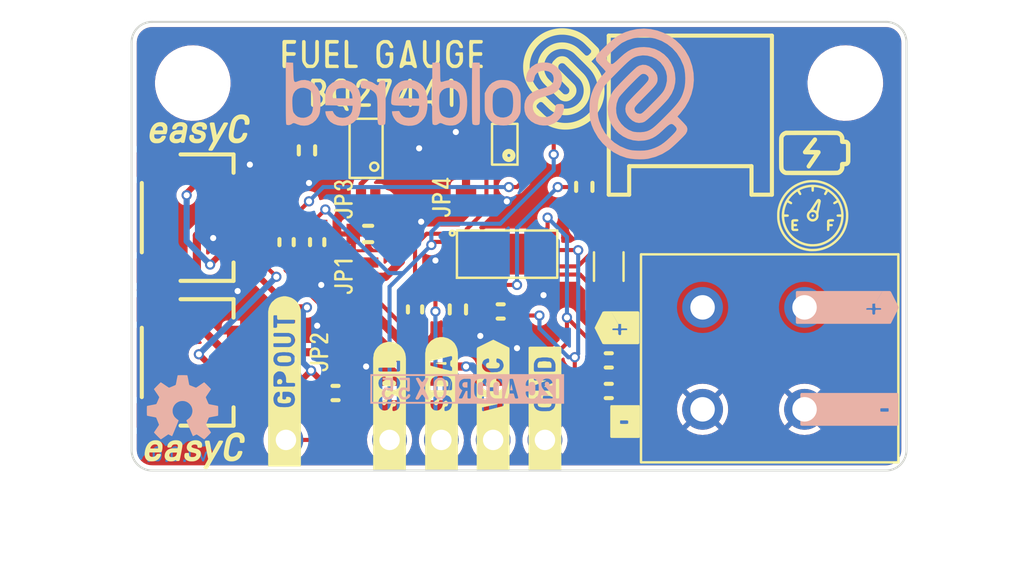
<source format=kicad_pcb>
(kicad_pcb (version 20211014) (generator pcbnew)
  (title_block (title "Fuel gauge BQ27441 breakout") (date "2021-09-13") (rev "v1.0.0.") (company "SOLDERED") (comment 1 "333065"))
  (layers (0 "F.Cu" signal) (31 "B.Cu" signal) (34 "B.Paste" user) (35 "F.Paste" user) (36 "B.SilkS" user "B.Silkscreen") (37 "F.SilkS" user "F.Silkscreen") (38 "B.Mask" user) (39 "F.Mask" user) (44 "Edge.Cuts" user))
  (net 0 "")
  (net 1 "GND")
  (net 2 "Net-(C1-Pad2)")
  (net 3 "VCC")
  (net 4 "Net-(C3-Pad2)")
  (net 5 "3V3")
  (net 6 "SCL_PULL5")
  (net 7 "5V")
  (net 8 "SDA_PULL5")
  (net 9 "SCL_PULL3,3")
  (net 10 "SDA_PULL3,3")
  (net 11 "GPOUT")
  (net 12 "VSYS")
  (net 13 "SCL3,3")
  (net 14 "SDA3,3")
  (net 15 "SDA5")
  (net 16 "SCL5")
  (net 19 "BIN")
  (footprint "Soldered Graphics:Logo-Back-SolderedFULL-20mm" (layer "F.Cu") (at 127.57 95.54)
    (fp_text reference "REF**" hide)
    (fp_text value "Logo-Front-SolderedFULL-20mm" hide)
  )
  (footprint "buzzardLabel" (layer "F.Cu") (at 125.2 114.4 90)
    (fp_text reference "" (at 0 0 90) (layer "F.SilkS") (effects (font (size 1.27 1.27))))
    (fp_text value "" (at 0 0 90) (layer "F.SilkS") (effects (font (size 1.27 1.27))))
  )
  (footprint "buzzardLabel" (layer "F.Cu") (at 120.4 104.5 90)
    (fp_text reference "" (at 0 0 90) (layer "F.SilkS") (effects (font (size 1.27 1.27))))
    (fp_text value "" (at 0 0 90) (layer "F.SilkS") (effects (font (size 1.27 1.27))))
  )
  (footprint "buzzardLabel" (layer "F.Cu") (at 122.3 93.6)
    (fp_text reference "" (at 0 0) (layer "F.SilkS") (effects (font (size 1.27 1.27))))
    (fp_text value "" (at 0 0) (layer "F.SilkS") (effects (font (size 1.27 1.27))))
  )
  (footprint "buzzardLabel" (layer "F.Cu") (at 122.3 95.5)
    (fp_text reference "" (at 0 0) (layer "F.SilkS") (effects (font (size 1.27 1.27))))
    (fp_text value "" (at 0 0) (layer "F.SilkS") (effects (font (size 1.27 1.27))))
  )
  (footprint "e-radionica.com footprinti:0603R" (layer "F.Cu") (at 117.6 102.8 90)
    (fp_text reference "R1")
    (fp_text value "10k")
    (pad "1" smd rect locked (at -0.775 0 180) (size 1 0.64) (layers "F.Cu" "F.Paste" "F.Mask") (net 10 "SDA_PULL3,3"))
    (pad "2" smd rect locked (at 0.775 0 180) (size 1 0.64) (layers "F.Cu" "F.Paste" "F.Mask") (net 14 "SDA3,3"))
  )
  (footprint "e-radionica.com footprinti:HOLE_3.2mm" (layer "F.Cu") (at 113 95)
    (fp_text reference "H1" hide)
    (fp_text value "HOLE_3.2mm" hide)
    (pad "" np_thru_hole circle locked (at 0 0) (size 3.2 3.2) (drill 3.2) (layers F&B.Cu *.Mask))
  )
  (footprint "e-radionica.com footprinti:SMD-JUMPER-CONNECTED_TRACE_SLODERMASK" (layer "F.Cu") (at 121.6 100.7)
    (fp_text reference "JP3")
    (fp_text value "SMD-JUMPER-CONNECTED_TRACE_SLODERMASK")
    (fp_poly (pts (xy 0.1 0.1) (xy -0.1 0.1) (xy -0.1 -0.1) (xy 0.1 -0.1)) (layer "F.Cu") (width 0.1) (fill solid))
    (pad "1" smd rect (at -0.35 0) (size 0.5 1) (layers "F.Cu" "F.Mask") (net 4 "Net-(C3-Pad2)"))
    (pad "2" smd rect (at 0.35 0) (size 0.5 1) (layers "F.Cu" "F.Mask") (net 7 "5V"))
  )
  (footprint "e-radionica.com footprinti:BQ27441" (layer "F.Cu") (at 128.413285 103.39 90)
    (fp_text reference "U1")
    (fp_text value "BQ27441")
    (pad "" smd rect (at 0 0 270) (size 2 2) (layers "F.Cu" "F.Paste" "F.Mask"))
    (pad "1" smd rect (at 1 -1.975 180) (size 0.85 0.2) (layers "F.Cu" "F.Paste" "F.Mask") (net 15 "SDA5"))
    (pad "2" smd rect (at 0.6 -1.975 180) (size 0.85 0.2) (layers "F.Cu" "F.Paste" "F.Mask") (net 16 "SCL5"))
    (pad "3" smd rect (at 0.2 -1.975 180) (size 0.85 0.2) (layers "F.Cu" "F.Paste" "F.Mask") (net 1 "GND"))
    (pad "4" smd rect (at -0.2 -1.975 180) (size 0.85 0.2) (layers "F.Cu" "F.Paste" "F.Mask"))
    (pad "5" smd rect (at -0.6 -1.975 180) (size 0.85 0.2) (layers "F.Cu" "F.Paste" "F.Mask") (net 2 "Net-(C1-Pad2)"))
    (pad "6" smd rect (at -1 -1.98 180) (size 0.85 0.2) (layers "F.Cu" "F.Paste" "F.Mask") (net 3 "VCC"))
    (pad "7" smd rect (at -1 1.975 180) (size 0.85 0.2) (layers "F.Cu" "F.Paste" "F.Mask") (net 12 "VSYS"))
    (pad "8" smd rect (at -0.6 1.975 180) (size 0.85 0.2) (layers "F.Cu" "F.Paste" "F.Mask") (net 3 "VCC"))
    (pad "9" smd rect (at -0.2 1.975 180) (size 0.85 0.2) (layers "F.Cu" "F.Paste" "F.Mask"))
    (pad "10" smd rect (at 0.2 1.975 180) (size 0.85 0.2) (layers "F.Cu" "F.Paste" "F.Mask") (net 19 "BIN"))
    (pad "11" smd rect (at 0.6 1.975 180) (size 0.85 0.2) (layers "F.Cu" "F.Paste" "F.Mask"))
    (pad "12" smd rect (at 1 1.975 180) (size 0.85 0.2) (layers "F.Cu" "F.Paste" "F.Mask") (net 11 "GPOUT"))
  )
  (footprint "buzzardLabel" (layer "F.Cu") (at 127.73 114.4 90)
    (fp_text reference "" (at 0 0 90) (layer "F.SilkS") (effects (font (size 1.27 1.27))))
    (fp_text value "" (at 0 0 90) (layer "F.SilkS") (effects (font (size 1.27 1.27))))
  )
  (footprint "buzzardLabel" (layer "F.Cu") (at 117.5 114.2 90)
    (fp_text reference "" (at 0 0 90) (layer "F.SilkS") (effects (font (size 1.27 1.27))))
    (fp_text value "" (at 0 0 90) (layer "F.SilkS") (effects (font (size 1.27 1.27))))
  )
  (footprint "buzzardLabel" (layer "F.Cu") (at 122.65 114.4 90)
    (fp_text reference "" (at 0 0 90) (layer "F.SilkS") (effects (font (size 1.27 1.27))))
    (fp_text value "" (at 0 0 90) (layer "F.SilkS") (effects (font (size 1.27 1.27))))
  )
  (footprint "Soldered Graphics:Logo-Back-OSH-3.5mm" (layer "F.Cu") (at 112.5 110.9)
    (fp_text reference "G***" hide)
    (fp_text value "LOGO" hide)
  )
  (footprint "e-radionica.com footprinti:0603R" (layer "F.Cu") (at 119.1 102.8 90)
    (fp_text reference "R2")
    (fp_text value "10k")
    (pad "1" smd rect locked (at -0.775 0 180) (size 1 0.64) (layers "F.Cu" "F.Paste" "F.Mask") (net 6 "SCL_PULL5"))
    (pad "2" smd rect locked (at 0.775 0 180) (size 1 0.64) (layers "F.Cu" "F.Paste" "F.Mask") (net 16 "SCL5"))
  )
  (footprint "e-radionica.com footprinti:TERMINAL_KF235-5.0-2P" (layer "F.Cu") (at 140.5 108.5 90)
    (fp_text reference "K3")
    (fp_text value "TERMINAL_KF235-5.0-2P")
    (pad "1" thru_hole circle (at 2.5 -2.5 90) (size 2 2) (drill 1.2) (layers *.Cu *.Mask) (net 12 "VSYS"))
    (pad "1" thru_hole circle (at 2.5 2.5 90) (size 2 2) (drill 1.2) (layers *.Cu *.Mask) (net 12 "VSYS"))
    (pad "2" thru_hole circle (at -2.5 -2.5 90) (size 2 2) (drill 1.2) (layers *.Cu *.Mask) (net 1 "GND"))
    (pad "2" thru_hole circle (at -2.5 2.5 90) (size 2 2) (drill 1.2) (layers *.Cu *.Mask) (net 1 "GND"))
  )
  (footprint "e-radionica.com footprinti:easyC-connector" (layer "F.Cu") (at 113.3 101.6 90)
    (fp_text reference "K5")
    (fp_text value "easyC-SMD")
    (pad "1" smd rect locked (at -1.5 2.15 90) (size 0.6 1.55) (layers "F.Cu" "F.Paste" "F.Mask") (net 13 "SCL3,3"))
    (pad "2" smd rect locked (at -0.5 2.15 90) (size 0.6 1.55) (layers "F.Cu" "F.Paste" "F.Mask") (net 14 "SDA3,3"))
    (pad "3" smd rect locked (at 0.5 2.15 90) (size 0.6 1.55) (layers "F.Cu" "F.Paste" "F.Mask") (net 5 "3V3"))
    (pad "4" smd rect locked (at 1.5 2.15 90) (size 0.6 1.55) (layers "F.Cu" "F.Paste" "F.Mask") (net 1 "GND"))
    (pad "5" smd rect locked (at -2.6 -2.15 90) (size 1.2 1.8) (layers "F.Cu" "F.Paste" "F.Mask") (net 1 "GND"))
    (pad "5" smd rect locked (at 2.6 -2.15 90) (size 1.2 1.8) (layers "F.Cu" "F.Paste" "F.Mask") (net 1 "GND"))
  )
  (footprint "Soldered Graphics:Symbol-Front-Battery" (layer "F.Cu") (at 143.5 98.5)
    (fp_text reference "G***" hide)
    (fp_text value "LOGO" hide)
  )
  (footprint "e-radionica.com footprinti:JST-2pin-SMD" (layer "F.Cu") (at 137.4 97.475)
    (fp_text reference "K2")
    (fp_text value "JST-2pin-SMD")
    (pad "" smd rect locked (at 3.3 -3.15) (size 1 3) (layers "F.Cu" "F.Paste" "F.Mask"))
    (pad "" smd rect locked (at -3.3 -3.15) (size 1 3) (layers "F.Cu" "F.Paste" "F.Mask"))
    (pad "1" smd rect locked (at 1 3.15) (size 1.1 2) (layers "F.Cu" "F.Paste" "F.Mask") (net 3 "VCC"))
    (pad "2" smd rect locked (at -1 3.15) (size 1.1 2) (layers "F.Cu" "F.Paste" "F.Mask") (net 1 "GND"))
  )
  (footprint "Soldered Graphics:Logo-Front-Soldered-5mm" (layer "F.Cu") (at 131.2 94.8)
    (fp_text reference "G***" hide)
    (fp_text value "LOGO" hide)
  )
  (footprint "buzzardLabel" (layer "F.Cu") (at 130.27 114.4 90)
    (fp_text reference "" (at 0 0 90) (layer "F.SilkS") (effects (font (size 1.27 1.27))))
    (fp_text value "" (at 0 0 90) (layer "F.SilkS") (effects (font (size 1.27 1.27))))
  )
  (footprint "buzzardLabel" (layer "F.Cu") (at 134.2 111.6)
    (fp_text reference "" (at 0 0) (layer "F.SilkS") (effects (font (size 1.27 1.27))))
    (fp_text value "" (at 0 0) (layer "F.SilkS") (effects (font (size 1.27 1.27))))
  )
  (footprint "e-radionica.com footprinti:0603R" (layer "F.Cu") (at 128.1 106.2)
    (fp_text reference "R5")
    (fp_text value "10K")
    (pad "1" smd rect locked (at -0.775 0 90) (size 1 0.64) (layers "F.Cu" "F.Paste" "F.Mask") (net 1 "GND"))
    (pad "2" smd rect locked (at 0.775 0 90) (size 1 0.64) (layers "F.Cu" "F.Paste" "F.Mask") (net 19 "BIN"))
  )
  (footprint "e-radionica.com footprinti:1206R" (layer "F.Cu") (at 133.4 104 -90)
    (fp_text reference "R6")
    (fp_text value "0.010R")
    (pad "1" smd rect locked (at -1.525 0 270) (size 1.1 1.8) (layers "F.Cu" "F.Paste" "F.Mask") (net 3 "VCC"))
    (pad "2" smd rect locked (at 1.525 0 270) (size 1.1 1.8) (layers "F.Cu" "F.Paste" "F.Mask") (net 12 "VSYS"))
  )
  (footprint "e-radionica.com footprinti:0603R" (layer "F.Cu") (at 133.4 108.6)
    (fp_text reference "R8")
    (fp_text value "10K")
    (pad "1" smd rect locked (at -0.775 0 90) (size 1 0.64) (layers "F.Cu" "F.Paste" "F.Mask") (net 11 "GPOUT"))
    (pad "2" smd rect locked (at 0.775 0 90) (size 1 0.64) (layers "F.Cu" "F.Paste" "F.Mask") (net 12 "VSYS"))
  )
  (footprint "buzzardLabel" (layer "F.Cu") (at 120.4 100.7 90)
    (fp_text reference "" (at 0 0 90) (layer "F.SilkS") (effects (font (size 1.27 1.27))))
    (fp_text value "" (at 0 0 90) (layer "F.SilkS") (effects (font (size 1.27 1.27))))
  )
  (footprint "e-radionica.com footprinti:easyC-connector" (layer "F.Cu") (at 113.3 108.7 90)
    (fp_text reference "K4")
    (fp_text value "easyC-SMD")
    (pad "1" smd rect locked (at -1.5 2.15 90) (size 0.6 1.55) (layers "F.Cu" "F.Paste" "F.Mask") (net 13 "SCL3,3"))
    (pad "2" smd rect locked (at -0.5 2.15 90) (size 0.6 1.55) (layers "F.Cu" "F.Paste" "F.Mask") (net 14 "SDA3,3"))
    (pad "3" smd rect locked (at 0.5 2.15 90) (size 0.6 1.55) (layers "F.Cu" "F.Paste" "F.Mask") (net 5 "3V3"))
    (pad "4" smd rect locked (at 1.5 2.15 90) (size 0.6 1.55) (layers "F.Cu" "F.Paste" "F.Mask") (net 1 "GND"))
    (pad "5" smd rect locked (at 2.6 -2.15 90) (size 1.2 1.8) (layers "F.Cu" "F.Paste" "F.Mask") (net 1 "GND"))
    (pad "5" smd rect locked (at -2.6 -2.15 90) (size 1.2 1.8) (layers "F.Cu" "F.Paste" "F.Mask") (net 1 "GND"))
  )
  (footprint "e-radionica.com footprinti:0603R" (layer "F.Cu") (at 120 110.2)
    (fp_text reference "R4")
    (fp_text value "10k")
    (pad "1" smd rect locked (at -0.775 0 90) (size 1 0.64) (layers "F.Cu" "F.Paste" "F.Mask") (net 13 "SCL3,3"))
    (pad "2" smd rect locked (at 0.775 0 90) (size 1 0.64) (layers "F.Cu" "F.Paste" "F.Mask") (net 9 "SCL_PULL3,3"))
  )
  (footprint "e-radionica.com footprinti:SMD_JUMPER_3_PAD_TRACE" (layer "F.Cu") (at 121.6 104.5 -90)
    (fp_text reference "JP1")
    (fp_text value "SMD_JUMPER_3_PAD_TRACE")
    (fp_poly (pts (xy 0.45 0.05) (xy 0.25 0.05) (xy 0.25 -0.05) (xy 0.45 -0.05)) (layer "F.Cu") (width 0.1) (fill solid))
    (fp_poly (pts (xy -0.25 0.05) (xy -0.45 0.05) (xy -0.45 -0.05) (xy -0.25 -0.05)) (layer "F.Cu") (width 0.1) (fill solid))
    (pad "1" smd rect (at -0.7 0 90) (size 0.5 1) (layers "F.Cu" "F.Mask") (net 6 "SCL_PULL5"))
    (pad "2" smd custom (at 0 0 90) (size 0.5 1) (layers "F.Cu" "F.Mask") (net 7 "5V") (options (clearance outline) (anchor rect)) (primitives))
    (pad "3" smd rect (at 0.7 0 90) (size 0.5 1) (layers "F.Cu" "F.Mask") (net 8 "SDA_PULL5"))
  )
  (footprint "e-radionica.com footprinti:0603R" (layer "F.Cu") (at 123.9 106.1 -90)
    (fp_text reference "R3")
    (fp_text value "10k")
    (pad "1" smd rect locked (at -0.775 0) (size 1 0.64) (layers "F.Cu" "F.Paste" "F.Mask") (net 15 "SDA5"))
    (pad "2" smd rect locked (at 0.775 0) (size 1 0.64) (layers "F.Cu" "F.Paste" "F.Mask") (net 8 "SDA_PULL5"))
  )
  (footprint "e-radionica.com footprinti:0603C" (layer "F.Cu") (at 132.2 100.09 -90)
    (fp_text reference "C2")
    (fp_text value "1u")
    (pad "1" smd rect locked (at -0.73 0 270) (size 0.66 1) (layers "F.Cu" "F.Paste" "F.Mask") (net 1 "GND"))
    (pad "2" smd rect locked (at 0.73 0 270) (size 0.66 1) (layers "F.Cu" "F.Paste" "F.Mask") (net 3 "VCC"))
  )
  (footprint "e-radionica.com footprinti:SOT-23-5" (layer "F.Cu") (at 121.5 98.2 180)
    (fp_text reference "U3")
    (fp_text value "SE5218")
    (pad "1" smd rect (at -1.3 -0.95 180) (size 1.1 0.6) (layers "F.Cu" "F.Paste" "F.Mask") (net 4 "Net-(C3-Pad2)"))
    (pad "2" smd rect (at -1.3 0 180) (size 1.1 0.6) (layers "F.Cu" "F.Paste" "F.Mask") (net 1 "GND"))
    (pad "3" smd rect (at -1.3 0.95 180) (size 1.1 0.6) (layers "F.Cu" "F.Paste" "F.Mask") (net 4 "Net-(C3-Pad2)"))
    (pad "4" smd rect (at 1.3 0.95 180) (size 1.1 0.6) (layers "F.Cu" "F.Paste" "F.Mask"))
    (pad "5" smd rect (at 1.3 -0.95 180) (size 1.1 0.6) (layers "F.Cu" "F.Paste" "F.Mask") (net 5 "3V3"))
  )
  (footprint "e-radionica.com footprinti:0603C" (layer "F.Cu") (at 121.6 102.4)
    (fp_text reference "C3")
    (fp_text value "2.2uF")
    (pad "1" smd rect locked (at -0.73 0) (size 0.66 1) (layers "F.Cu" "F.Paste" "F.Mask") (net 1 "GND"))
    (pad "2" smd rect locked (at 0.73 0) (size 0.66 1) (layers "F.Cu" "F.Paste" "F.Mask") (net 4 "Net-(C3-Pad2)"))
  )
  (footprint "e-radionica.com footprinti:HOLE_3.2mm" (layer "F.Cu") (at 145 95)
    (fp_text reference "H2" hide)
    (fp_text value "HOLE_3.2mm" hide)
    (pad "" np_thru_hole circle locked (at 0 0) (size 3.2 3.2) (drill 3.2) (layers F&B.Cu *.Mask))
  )
  (footprint "Soldered Graphics:Logo-Front-easyC-5mm" (layer "F.Cu") (at 113.34 97.4)
    (fp_text reference "Ge" hide)
    (fp_text value "LOGO" hide)
  )
  (footprint "e-radionica.com footprinti:0603R" (layer "F.Cu") (at 133.4 110.1)
    (fp_text reference "R7")
    (fp_text value "1.8M")
    (pad "1" smd rect locked (at -0.775 0 90) (size 1 0.64) (layers "F.Cu" "F.Paste" "F.Mask") (net 19 "BIN"))
    (pad "2" smd rect locked (at 0.775 0 90) (size 1 0.64) (layers "F.Cu" "F.Paste" "F.Mask") (net 12 "VSYS"))
  )
  (footprint "buzzardLabel" (layer "F.Cu") (at 119.2 108.2 90)
    (fp_text reference "" (at 0 0 90) (layer "F.SilkS") (effects (font (size 1.27 1.27))))
    (fp_text value "" (at 0 0 90) (layer "F.SilkS") (effects (font (size 1.27 1.27))))
  )
  (footprint "e-radionica.com footprinti:SOT-363" (layer "F.Cu") (at 128.3 98 180)
    (fp_text reference "U2")
    (fp_text value "NMOS-DUAL")
    (pad "1" smd rect (at -0.92 -0.65 270) (size 0.3 0.66) (layers "F.Cu" "F.Paste" "F.Mask") (net 14 "SDA3,3"))
    (pad "2" smd rect (at -0.92 0 270) (size 0.3 0.66) (layers "F.Cu" "F.Paste" "F.Mask") (net 5 "3V3"))
    (pad "3" smd rect (at -0.92 0.65 270) (size 0.3 0.66) (layers "F.Cu" "F.Paste" "F.Mask") (net 16 "SCL5"))
    (pad "4" smd rect (at 0.92 0.65 270) (size 0.3 0.66) (layers "F.Cu" "F.Paste" "F.Mask") (net 13 "SCL3,3"))
    (pad "5" smd rect (at 0.92 0 270) (size 0.3 0.66) (layers "F.Cu" "F.Paste" "F.Mask") (net 5 "3V3"))
    (pad "6" smd rect (at 0.92 -0.65 270) (size 0.3 0.66) (layers "F.Cu" "F.Paste" "F.Mask") (net 15 "SDA5"))
  )
  (footprint "e-radionica.com footprinti:SMD_JUMPER" (layer "F.Cu") (at 126.4 100.6 90)
    (fp_text reference "JP4")
    (fp_text value "SMD_JUMPER")
    (pad "1" smd rect (at -0.35 0 90) (size 0.5 1) (layers "F.Cu" "F.Mask") (net 7 "5V"))
    (pad "2" smd rect (at 0.35 0 90) (size 0.5 1) (layers "F.Cu" "F.Mask") (net 5 "3V3"))
  )
  (footprint "e-radionica.com footprinti:FIDUCIAL_23" (layer "F.Cu") (at 137.4 94.97)
    (fp_text reference "FD1")
    (fp_text value "FIDUCIAL")
    (fp_circle (center 0 0) (end 1 0) (layer "F.Cu") (width 0.2) (fill none))
    (pad "1" smd circle (at 0 0) (size 1 1) (layers "F.Cu" "F.Paste" "F.Mask") (clearance 1.1))
  )
  (footprint "Soldered Graphics:Logo-Front-easyC-5mm" (layer "F.Cu") (at 113.1 113)
    (fp_text reference "G***" hide)
    (fp_text value "LOGO" hide)
  )
  (footprint "buzzardLabel" (layer "F.Cu") (at 125.2 100.6 90)
    (fp_text reference "" (at 0 0 90) (layer "F.SilkS") (effects (font (size 1.27 1.27))))
    (fp_text value "" (at 0 0 90) (layer "F.SilkS") (effects (font (size 1.27 1.27))))
  )
  (footprint "e-radionica.com footprinti:SMD_JUMPER_3_PAD_TRACE" (layer "F.Cu") (at 120.4 108.2 90)
    (fp_text reference "JP2")
    (fp_text value "SMD_JUMPER_3_PAD_TRACE")
    (fp_poly (pts (xy 0.45 0.05) (xy 0.25 0.05) (xy 0.25 -0.05) (xy 0.45 -0.05)) (layer "F.Cu") (width 0.1) (fill solid))
    (fp_poly (pts (xy -0.25 0.05) (xy -0.45 0.05) (xy -0.45 -0.05) (xy -0.25 -0.05)) (layer "F.Cu") (width 0.1) (fill solid))
    (pad "1" smd rect (at -0.7 0 270) (size 0.5 1) (layers "F.Cu" "F.Mask") (net 9 "SCL_PULL3,3"))
    (pad "2" smd custom (at 0 0 270) (size 0.5 1) (layers "F.Cu" "F.Mask") (net 5 "3V3") (options (clearance outline) (anchor rect)) (primitives))
    (pad "3" smd rect (at 0.7 0 270) (size 0.5 1) (layers "F.Cu" "F.Mask") (net 10 "SDA_PULL3,3"))
  )
  (footprint "e-radionica.com footprinti:0603C" (layer "F.Cu") (at 126 106.1 90)
    (fp_text reference "C1")
    (fp_text value "1u")
    (pad "1" smd rect locked (at -0.73 0 90) (size 0.66 1) (layers "F.Cu" "F.Paste" "F.Mask") (net 1 "GND"))
    (pad "2" smd rect locked (at 0.73 0 90) (size 0.66 1) (layers "F.Cu" "F.Paste" "F.Mask") (net 2 "Net-(C1-Pad2)"))
  )
  (footprint "Soldered Graphics:Symbol-Front-Fuel-Gauge" (layer "F.Cu") (at 143.4 101.5)
    (fp_text reference "G***" hide)
    (fp_text value "LOGO" hide)
  )
  (footprint "e-radionica.com footprinti:0603C" (layer "F.Cu") (at 118.6 98.3 -90)
    (fp_text reference "C4")
    (fp_text value "2.2uF")
    (pad "1" smd rect locked (at -0.73 0 270) (size 0.66 1) (layers "F.Cu" "F.Paste" "F.Mask") (net 1 "GND"))
    (pad "2" smd rect locked (at 0.73 0 270) (size 0.66 1) (layers "F.Cu" "F.Paste" "F.Mask") (net 5 "3V3"))
  )
  (footprint "buzzardLabel" (layer "F.Cu") (at 134 107)
    (fp_text reference "" (at 0 0) (layer "F.SilkS") (effects (font (size 1.27 1.27))))
    (fp_text value "" (at 0 0) (layer "F.SilkS") (effects (font (size 1.27 1.27))))
  )
  (footprint "Soldered Graphics:Version1.0.0." (layer "B.Cu") (at 112.2 113.2 180)
    (fp_text reference "Ref**" hide)
    (fp_text value "Val**" hide)
    (fp_poly (pts (xy -0.44 -0.38) (xy -0.39 -0.38) (xy -0.34 -0.37) (xy -0.34 -0.33) (xy -0.34 -0.27) (xy -0.38 -0.26) (xy -0.43 -0.26) (xy -0.46 -0.29) (xy -0.46 -0.34) (xy -0.44 -0.38)) (layer "B.Cu") (width 0.01) (fill solid))
    (fp_poly (pts (xy 0.43 -0.38) (xy 0.48 -0.38) (xy 0.54 -0.37) (xy 0.54 -0.33) (xy 0.54 -0.27) (xy 0.5 -0.26) (xy 0.45 -0.26) (xy 0.42 -0.29) (xy 0.42 -0.34) (xy 0.43 -0.38)) (layer "B.Cu") (width 0.01) (fill solid))
    (fp_poly (pts (xy -1.33 -0.35) (xy -1.27 -0.35) (xy -1.25 -0.31) (xy -1.09 0.1) (xy -1.11 0.13) (xy -1.16 0.13) (xy -1.19 0.1) (xy -1.28 -0.16) (xy -1.3 -0.21) (xy -1.32 -0.17) (xy -1.41 0.09) (xy -1.44 0.13) (xy -1.49 0.13) (xy -1.51 0.1) (xy -1.36 -0.31) (xy -1.33 -0.35)) (layer "B.Cu") (width 0.01) (fill solid))
    (fp_poly (pts (xy 0.93 -0.35) (xy 0.99 -0.35) (xy 1.04 -0.33) (xy 1.01 -0.28) (xy 0.91 -0.28) (xy 0.87 -0.25) (xy 0.85 -0.2) (xy 0.83 -0.15) (xy 0.83 -0.11) (xy 0.82 0.01) (xy 0.83 0.13) (xy 0.83 0.17) (xy 0.84 0.22) (xy 0.87 0.27) (xy 0.9 0.3) (xy 1.01 0.3) (xy 1.04 0.26) (xy 1.05 0.21) (xy 1.06 0.15) (xy 1.07 0.05) (xy 1.07 -0.08) (xy 1.06 -0.12) (xy 1.06 -0.17) (xy 1.04 -0.22) (xy 1.02 -0.27) (xy 1.01 -0.28) (xy 1.05 -0.32) (xy 1.09 -0.29) (xy 1.12 -0.26) (xy 1.14 -0.22) (xy 1.15 -0.16) (xy 1.16 -0.11) (xy 1.16 -0.06) (xy 1.16 0.06) (xy 1.16 0.12) (xy 1.15 0.17) (xy 1.14 0.22) (xy 1.13 0.27) (xy 1.1 0.3) (xy 1.06 0.34) (xy 1.01 0.37) (xy 0.95 0.38) (xy 0.9 0.38) (xy 0.84 0.35) (xy 0.8 0.31) (xy 0.78 0.28) (xy 0.75 0.23) (xy 0.74 0.18) (xy 0.74 0.13) (xy 0.73 0.08) (xy 0.73 -0.04) (xy 0.73 -0.1) (xy 0.74 -0.14) (xy 0.75 -0.2) (xy 0.77 -0.25) (xy 0.79 -0.28) (xy 0.83 -0.32) (xy 0.89 -0.35) (xy 0.93 -0.35)) (layer "B.Cu") (width 0.01) (fill solid))
    (fp_poly (pts (xy -0.67 -0.35) (xy -0.62 -0.35) (xy -0.6 -0.31) (xy -0.6 0.35) (xy -0.64 0.38) (xy -0.69 0.38) (xy -0.73 0.34) (xy -0.84 0.22) (xy -0.86 0.17) (xy -0.83 0.16) (xy -0.73 0.22) (xy -0.69 0.23) (xy -0.69 -0.31) (xy -0.67 -0.35)) (layer "B.Cu") (width 0.01) (fill solid))
    (fp_poly (pts (xy 0.06 -0.35) (xy 0.11 -0.35) (xy 0.17 -0.33) (xy 0.13 -0.28) (xy 0.03 -0.28) (xy -0.01 -0.25) (xy -0.03 -0.2) (xy -0.05 -0.15) (xy -0.05 -0.11) (xy -0.05 0.01) (xy -0.05 0.13) (xy -0.05 0.17) (xy -0.03 0.22) (xy -0.01 0.27) (xy 0.02 0.3) (xy 0.13 0.3) (xy 0.16 0.26) (xy 0.18 0.21) (xy 0.18 0.15) (xy 0.19 0.05) (xy 0.19 -0.08) (xy 0.19 -0.12) (xy 0.18 -0.17) (xy 0.16 -0.22) (xy 0.14 -0.27) (xy 0.14 -0.28) (xy 0.17 -0.32) (xy 0.21 -0.29) (xy 0.24 -0.26) (xy 0.26 -0.22) (xy 0.27 -0.16) (xy 0.28 -0.11) (xy 0.28 -0.06) (xy 0.28 0.06) (xy 0.28 0.12) (xy 0.27 0.17) (xy 0.26 0.22) (xy 0.25 0.27) (xy 0.22 0.3) (xy 0.19 0.34) (xy 0.13 0.37) (xy 0.08 0.38) (xy 0.02 0.38) (xy -0.03 0.35) (xy -0.08 0.31) (xy -0.1 0.28) (xy -0.12 0.23) (xy -0.14 0.18) (xy -0.14 0.13) (xy -0.15 0.08) (xy -0.15 -0.04) (xy -0.14 -0.1) (xy -0.14 -0.14) (xy -0.13 -0.2) (xy -0.11 -0.25) (xy -0.08 -0.28) (xy -0.05 -0.32) (xy 0.01 -0.35) (xy 0.06 -0.35)) (layer "B.Cu") (width 0.01) (fill solid))
    (fp_poly (pts (xy 1.31 -0.38) (xy 1.36 -0.38) (xy 1.41 -0.37) (xy 1.42 -0.33) (xy 1.42 -0.27) (xy 1.38 -0.26) (xy 1.33 -0.26) (xy 1.3 -0.29) (xy 1.3 -0.34) (xy 1.31 -0.38)) (layer "B.Cu") (width 0.01) (fill solid))
  )
  (footprint "buzzardLabel" (layer "B.Cu") (at 144.9 106 180)
    (fp_text reference "" (at 0 0) (layer "B.SilkS") (effects (font (size 1.27 1.27)) (justify mirror)))
    (fp_text value "" (at 0 0) (layer "B.SilkS") (effects (font (size 1.27 1.27)) (justify mirror)))
  )
  (footprint "e-radionica.com footprinti:HEADER_MALE_4X1" (layer "B.Cu") (at 126.46 112.5 180)
    (fp_text reference "K6")
    (fp_text value "HEADER_MALE_4X1")
    (pad "1" thru_hole circle locked (at -3.81 0 180) (size 1.7 1.7) (drill 1) (layers *.Cu *.Mask) (net 1 "GND"))
    (pad "2" thru_hole circle locked (at -1.27 0 180) (size 1.7 1.7) (drill 1) (layers *.Cu *.Mask) (net 7 "5V"))
    (pad "3" thru_hole circle locked (at 1.27 0 180) (size 1.7 1.7) (drill 1) (layers *.Cu *.Mask) (net 15 "SDA5"))
    (pad "4" thru_hole circle locked (at 3.81 0 180) (size 1.7 1.7) (drill 1) (layers *.Cu *.Mask) (net 16 "SCL5"))
  )
  (footprint "buzzardLabel" (layer "B.Cu") (at 123.86 110 180)
    (fp_text reference "" (at 0 0) (layer "B.SilkS") (effects (font (size 1.27 1.27)) (justify mirror)))
    (fp_text value "" (at 0 0) (layer "B.SilkS") (effects (font (size 1.27 1.27)) (justify mirror)))
  )
  (footprint "buzzardLabel" (layer "B.Cu") (at 145.2 111 180)
    (fp_text reference "" (at 0 0) (layer "B.SilkS") (effects (font (size 1.27 1.27)) (justify mirror)))
    (fp_text value "" (at 0 0) (layer "B.SilkS") (effects (font (size 1.27 1.27)) (justify mirror)))
  )
  (footprint "Soldered Graphics:Symbol-Front-I2C-ADDR-Field" (layer "B.Cu") (at 126.46 110 180)
    (fp_text reference "REF**" hide)
    (fp_text value "Symbol-Front-I2C-ADDR-Field" hide)
  )
  (footprint "e-radionica.com footprinti:HEADER_MALE_1X1" (layer "B.Cu") (at 117.57 112.5 180)
    (fp_text reference "K1")
    (fp_text value "HEADER_MALE_1X1")
    (pad "1" thru_hole circle locked (at 0 0 180) (size 1.7 1.7) (drill 1) (layers *.Cu *.Mask) (net 11 "GPOUT"))
  )
  (gr_line (start 148 113) (end 148 93) (layer "Edge.Cuts") (width 0.1))
  (gr_arc (start 111 114) (mid 110.292893 113.707107) (end 110 113) (layer "Edge.Cuts") (width 0.1))
  (gr_arc (start 148 113) (mid 147.707107 113.707107) (end 147 114) (layer "Edge.Cuts") (width 0.1))
  (gr_arc (start 147 92) (mid 147.707107 92.292893) (end 148 93) (layer "Edge.Cuts") (width 0.1))
  (gr_arc (start 110 93) (mid 110.292893 92.292893) (end 111 92) (layer "Edge.Cuts") (width 0.1))
  (gr_line (start 147 92) (end 111 92) (layer "Edge.Cuts") (width 0.1))
  (gr_line (start 111 114) (end 147 114) (layer "Edge.Cuts") (width 0.1))
  (gr_line (start 110 93) (end 110 113) (layer "Edge.Cuts") (width 0.1))
  (segment (start 125.41 103.19) (end 126.438285 103.19) (width 0.2) (layer "F.Cu") (net 1))
  (segment (start 124.9 103.7) (end 125.41 103.19) (width 0.2) (layer "F.Cu") (net 1))
  (via (at 115.2 105.2) (size 0.5) (drill 0.3) (layers "F.Cu" "B.Cu") (net 1))
  (via (at 125.9 97.4) (size 0.5) (drill 0.3) (layers "F.Cu" "B.Cu") (net 1))
  (via (at 121.5 108.9) (size 0.5) (drill 0.3) (layers "F.Cu" "B.Cu") (net 1))
  (via (at 119.1 106.9) (size 0.5) (drill 0.3) (layers "F.Cu" "B.Cu") (net 1))
  (via (at 127.1 107.4) (size 0.5) (drill 0.3) (layers "F.Cu" "B.Cu") (net 1))
  (via (at 124.1 98.2) (size 0.5) (drill 0.3) (layers "F.Cu" "B.Cu") (net 1))
  (via (at 119.3 104.9) (size 0.5) (drill 0.3) (layers "F.Cu" "B.Cu") (net 1))
  (via (at 128.4 100.8) (size 0.5) (drill 0.3) (layers "F.Cu" "B.Cu") (net 1))
  (via (at 130.2 105.4) (size 0.5) (drill 0.3) (layers "F.Cu" "B.Cu") (net 1))
  (via (at 124.9 103.7) (size 0.5) (drill 0.3) (layers "F.Cu" "B.Cu") (net 1))
  (via (at 128.9 108) (size 0.5) (drill 0.3) (layers "F.Cu" "B.Cu") (net 1))
  (via (at 124.2 101.8) (size 0.5) (drill 0.3) (layers "F.Cu" "B.Cu") (net 1))
  (via (at 118.7 99.9) (size 0.5) (drill 0.3) (layers "F.Cu" "B.Cu") (net 1))
  (via (at 115.8 99) (size 0.5) (drill 0.3) (layers "F.Cu" "B.Cu") (net 1))
  (via (at 114 102.6) (size 0.5) (drill 0.3) (layers "F.Cu" "B.Cu") (net 1))
  (segment (start 126.438285 103.99) (end 125.71 103.99) (width 0.2) (layer "F.Cu") (net 2))
  (segment (start 125.41 104.78) (end 126 105.37) (width 0.2) (layer "F.Cu") (net 2))
  (segment (start 125.41 104.29) (end 125.41 104.78) (width 0.2) (layer "F.Cu") (net 2))
  (segment (start 125.71 103.99) (end 125.41 104.29) (width 0.2) (layer "F.Cu") (net 2))
  (segment (start 130.9 100.1) (end 131.48 100.1) (width 0.2) (layer "F.Cu") (net 3))
  (segment (start 126.943285 104.9) (end 126.433285 104.39) (width 0.2) (layer "F.Cu") (net 3))
  (segment (start 128.9 104.9) (end 126.943285 104.9) (width 0.2) (layer "F.Cu") (net 3))
  (segment (start 130.388285 103.99) (end 131.885 103.99) (width 0.2) (layer "F.Cu") (net 3))
  (segment (start 131.885 103.99) (end 133.4 102.475) (width 0.2) (layer "F.Cu") (net 3))
  (segment (start 131.48 100.1) (end 132.2 100.82) (width 0.2) (layer "F.Cu") (net 3))
  (via (at 130.9 100.1) (size 0.5) (drill 0.3) (layers "F.Cu" "B.Cu") (net 3))
  (via (at 128.9 104.9) (size 0.5) (drill 0.3) (layers "F.Cu" "B.Cu") (net 3))
  (segment (start 128.9 104.9) (end 128.9 102.1) (width 0.2) (layer "B.Cu") (net 3))
  (segment (start 128.9 102.1) (end 130.9 100.1) (width 0.2) (layer "B.Cu") (net 3))
  (segment (start 121.25 99.95) (end 122.05 99.15) (width 0.25) (layer "F.Cu") (net 4))
  (segment (start 121.25 100.7) (end 121.25 99.95) (width 0.25) (layer "F.Cu") (net 4))
  (segment (start 122.9 99.05) (end 123 99.15) (width 0.4) (layer "F.Cu") (net 4))
  (segment (start 124.75 97.25) (end 125.1 97.6) (width 0.3) (layer "F.Cu") (net 4))
  (segment (start 123.04 97.25) (end 122.92 97.13) (width 0.4) (layer "F.Cu") (net 4))
  (segment (start 125.1 98.7) (end 124.65 99.15) (width 0.3) (layer "F.Cu") (net 4))
  (segment (start 125.1 97.6) (end 125.1 98.7) (width 0.3) (layer "F.Cu") (net 4))
  (segment (start 121.25 100.7) (end 121.25 101.37452) (width 0.25) (layer "F.Cu") (net 4))
  (segment (start 124.65 99.15) (end 122.8 99.15) (width 0.3) (layer "F.Cu") (net 4))
  (segment (start 122.8 97.25) (end 124.75 97.25) (width 0.3) (layer "F.Cu") (net 4))
  (segment (start 121.25 101.37452) (end 122.27548 102.4) (width 0.25) (layer "F.Cu") (net 4))
  (segment (start 122.05 99.15) (end 122.8 99.15) (width 0.25) (layer "F.Cu") (net 4))
  (segment (start 120.2 99.15) (end 120.05 99) (width 0.4) (layer "F.Cu") (net 5))
  (segment (start 116.43 101.1) (end 115.45 101.1) (width 0.4) (layer "F.Cu") (net 5))
  (segment (start 117.615 99.915) (end 117.615 98.715) (width 0.4) (layer "F.Cu") (net 5))
  (segment (start 113.2 106.824022) (end 114.575978 108.2) (width 0.4) (layer "F.Cu") (net 5))
  (segment (start 120.2 99.15) (end 118.72 99.15) (width 0.4) (layer "F.Cu") (net 5))
  (segment (start 126.4 100.25) (end 126.4 98.350978) (width 0.4) (layer "F.Cu") (net 5))
  (segment (start 113.2 102.475978) (end 113.2 106.824022) (width 0.4) (layer "F.Cu") (net 5))
  (segment (start 120.4 108.2) (end 115.45 108.2) (width 0.4) (layer "F.Cu") (net 5))
  (segment (start 115.45 101.1) (end 114.575978 101.1) (width 0.4) (layer "F.Cu") (net 5))
  (segment (start 129.22 98) (end 127.38 98) (width 0.4) (layer "F.Cu") (net 5))
  (segment (start 126.625489 98.125489) (end 126.750978 98) (width 0.4) (layer "F.Cu") (net 5))
  (segment (start 118.53 99) (end 117.615 99.915) (width 0.4) (layer "F.Cu") (net 5))
  (segment (start 116.9 98) (end 116.9 97.3) (width 0.4) (layer "F.Cu") (net 5))
  (segment (start 126.4 98.350978) (end 126.625489 98.125489) (width 0.4) (layer "F.Cu") (net 5))
  (segment (start 114.575978 101.1) (end 113.2 102.475978) (width 0.4) (layer "F.Cu") (net 5))
  (segment (start 117.615 99.915) (end 116.43 101.1) (width 0.4) (layer "F.Cu") (net 5))
  (segment (start 114.575978 108.2) (end 115.45 108.2) (width 0.4) (layer "F.Cu") (net 5))
  (segment (start 125.8 96) (end 126.625489 96.825489) (width 0.4) (layer "F.Cu") (net 5))
  (segment (start 118.2 96) (end 125.8 96) (width 0.4) (layer "F.Cu") (net 5))
  (segment (start 126.625489 96.825489) (end 126.625489 98.125489) (width 0.4) (layer "F.Cu") (net 5))
  (segment (start 116.9 97.3) (end 118.2 96) (width 0.4) (layer "F.Cu") (net 5))
  (segment (start 117.615 98.715) (end 116.9 98) (width 0.4) (layer "F.Cu") (net 5))
  (segment (start 126.750978 98) (end 127.38 98) (width 0.4) (layer "F.Cu") (net 5))
  (segment (start 118.72 99.15) (end 118.6 99.03) (width 0.4) (layer "F.Cu") (net 5))
  (segment (start 119.1 103.575) (end 119.325 103.8) (width 0.25) (layer "F.Cu") (net 6))
  (segment (start 119.325 103.8) (end 121.6 103.8) (width 0.25) (layer "F.Cu") (net 6))
  (segment (start 120.1 105.5) (end 120.1 104.9) (width 0.4) (layer "F.Cu") (net 7))
  (segment (start 123.2 101.45) (end 123.2 103.749022) (width 0.4) (layer "F.Cu") (net 7))
  (segment (start 126.4 100.95) (end 126.35 101) (width 0.4) (layer "F.Cu") (net 7))
  (segment (start 122.85 101) (end 122.8 101.05) (width 0.4) (layer "F.Cu") (net 7))
  (segment (start 126.35 101) (end 122.85 101) (width 0.4) (layer "F.Cu") (net 7))
  (segment (start 122.449022 104.5) (end 121.6 104.5) (width 0.4) (layer "F.Cu") (net 7))
  (segment (start 122.45 100.7) (end 121.95 100.7) (width 0.4) (layer "F.Cu") (net 7))
  (segment (start 122.8 101.05) (end 123.2 101.45) (width 0.4) (layer "F.Cu") (net 7))
  (segment (start 122.8 101.05) (end 122.45 100.7) (width 0.4) (layer "F.Cu") (net 7))
  (segment (start 126.4 108.9) (end 123.5 108.9) (width 0.4) (layer "F.Cu") (net 7))
  (segment (start 123.2 103.749022) (end 122.449022 104.5) (width 0.4) (layer "F.Cu") (net 7))
  (segment (start 120.5 104.5) (end 121.6 104.5) (width 0.4) (layer "F.Cu") (net 7))
  (segment (start 120.1 104.9) (end 120.5 104.5) (width 0.4) (layer "F.Cu") (net 7))
  (segment (start 123.5 108.9) (end 120.1 105.5) (width 0.4) (layer "F.Cu") (net 7))
  (via (at 126.4 108.9) (size 0.5) (drill 0.3) (layers "F.Cu" "B.Cu") (net 7))
  (segment (start 126.7 108.9) (end 127.73 109.93) (width 0.4) (layer "B.Cu") (net 7))
  (segment (start 127.73 109.93) (end 127.73 112.5) (width 0.4) (layer "B.Cu") (net 7))
  (segment (start 126.4 108.9) (end 126.7 108.9) (width 0.4) (layer "B.Cu") (net 7))
  (segment (start 121.675 105.275) (end 121.6 105.2) (width 0.3) (layer "F.Cu") (net 8))
  (segment (start 123.9 106.875) (end 123.275 106.875) (width 0.2) (layer "F.Cu") (net 8))
  (segment (start 123.275 106.875) (end 121.6 105.2) (width 0.2) (layer "F.Cu") (net 8))
  (segment (start 120.4 109.3) (end 120.4 108.9) (width 0.4) (layer "F.Cu") (net 9))
  (segment (start 120.775 110.2) (end 120.775 109.675) (width 0.4) (layer "F.Cu") (net 9))
  (segment (start 120.775 109.675) (end 120.4 109.3) (width 0.4) (layer "F.Cu") (net 9))
  (segment (start 120.4 106.95) (end 117.6 104.15) (width 0.3) (layer "F.Cu") (net 10))
  (segment (start 117.6 104.15) (end 117.6 103.575) (width 0.3) (layer "F.Cu") (net 10))
  (segment (start 120.4 107.5) (end 120.4 106.95) (width 0.3) (layer "F.Cu") (net 10))
  (segment (start 130.4 101.6) (end 130.4 102.07657) (width 0.2) (layer "F.Cu") (net 11))
  (segment (start 131.349444 106.5) (end 131.349444 107.750556) (width 0.2) (layer "F.Cu") (net 11))
  (segment (start 131.349444 107.750556) (end 128.9 110.2) (width 0.2) (layer "F.Cu") (net 11))
  (segment (start 130.4 102.07657) (end 130.388285 102.088285) (width 0.2) (layer "F.Cu") (net 11))
  (segment (start 128.9 110.2) (end 122.2 110.2) (width 0.2) (layer "F.Cu") (net 11))
  (segment (start 132.625 107.775556) (end 131.349444 106.5) (width 0.2) (layer "F.Cu") (net 11))
  (segment (start 130.388285 102.088285) (end 130.388285 102.39) (width 0.2) (layer "F.Cu") (net 11))
  (segment (start 119.9 112.5) (end 117.57 112.5) (width 0.2) (layer "F.Cu") (net 11))
  (segment (start 132.625 108.6) (end 132.625 107.775556) (width 0.2) (layer "F.Cu") (net 11))
  (segment (start 122.2 110.2) (end 119.9 112.5) (width 0.2) (layer "F.Cu") (net 11))
  (via (at 131.349444 106.5) (size 0.5) (drill 0.3) (layers "F.Cu" "B.Cu") (net 11))
  (via (at 130.4 101.6) (size 0.5) (drill 0.3) (layers "F.Cu" "B.Cu") (net 11))
  (segment (start 131.349444 102.549444) (end 130.4 101.6) (width 0.2) (layer "B.Cu") (net 11))
  (segment (start 131.349444 106.5) (end 131.349444 102.549444) (width 0.2) (layer "B.Cu") (net 11))
  (segment (start 131.98952 104.38952) (end 130.388765 104.38952) (width 0.2) (layer "F.Cu") (net 12))
  (segment (start 133.125 105.525) (end 131.98952 104.38952) (width 0.2) (layer "F.Cu") (net 12))
  (segment (start 133.4 105.525) (end 133.125 105.525) (width 0.2) (layer "F.Cu") (net 12))
  (segment (start 130.388765 104.38952) (end 130.388285 104.39) (width 0.2) (layer "F.Cu") (net 12))
  (segment (start 114.6495 103.1) (end 115.45 103.1) (width 0.3) (layer "F.Cu") (net 13))
  (segment (start 115.45 103.7) (end 115.45 103.1) (width 0.3) (layer "F.Cu") (net 13))
  (segment (start 119.225 109.525) (end 119.225 110.2) (width 0.3) (layer "F.Cu") (net 13))
  (segment (start 117.75 106) (end 115.45 103.7) (width 0.3) (layer "F.Cu") (net 13))
  (segment (start 119.225 109.925) (end 119.225 110.2) (width 0.4) (layer "F.Cu") (net 13))
  (segment (start 118.8 109.1) (end 119.225 109.525) (width 0.3) (layer "F.Cu") (net 13))
  (segment (start 118.6 106) (end 117.75 106) (width 0.3) (layer "F.Cu") (net 13))
  (segment (start 117.7 110.2) (end 118.8 109.1) (width 0.3) (layer "F.Cu") (net 13))
  (segment (start 113.8495 103.9) (end 114.6495 103.1) (width 0.3) (layer "F.Cu") (net 13))
  (segment (start 115.4 103.15) (end 115.45 103.1) (width 0.4) (layer "F.Cu") (net 13))
  (segment (start 117.8 95.3) (end 112.7 100.4) (width 0.3) (layer "F.Cu") (net 13))
  (segment (start 126.1 95.3) (end 117.8 95.3) (width 0.3) (layer "F.Cu") (net 13))
  (segment (start 115.5 103.15) (end 115.45 103.1) (width 0.4) (layer "F.Cu") (net 13))
  (segment (start 127.38 96.58) (end 126.1 95.3) (width 0.3) (layer "F.Cu") (net 13))
  (segment (start 127.38 97.35) (end 127.38 96.58) (width 0.3) (layer "F.Cu") (net 13))
  (segment (start 115.45 110.2) (end 117.7 110.2) (width 0.3) (layer "F.Cu") (net 13))
  (segment (start 112.7 100.4) (end 112.7 100.5) (width 0.3) (layer "F.Cu") (net 13))
  (via (at 118.8 109.1) (size 0.5) (drill 0.3) (layers "F.Cu" "B.Cu") (net 13))
  (via (at 112.7 100.5) (size 0.5) (drill 0.3) (layers "F.Cu" "B.Cu") (net 13))
  (via (at 118.6 106) (size 0.5) (drill 0.3) (layers "F.Cu" "B.Cu") (net 13))
  (via (at 113.8495 103.9) (size 0.5) (drill 0.3) (layers "F.Cu" "B.Cu") (net 13))
  (segment (start 118.6 106) (end 118.400489 106.199511) (width 0.3) (layer "B.Cu") (net 13))
  (segment (start 112.7 102.7505) (end 112.7 100.5) (width 0.3) (layer "B.Cu") (net 13))
  (segment (start 118.400489 106.199511) (end 118.400489 108.700489) (width 0.3) (layer "B.Cu") (net 13))
  (segment (start 113.8495 103.9) (end 112.7 102.7505) (width 0.3) (layer "B.Cu") (net 13))
  (segment (start 118.400489 108.700489) (end 118.8 109.1) (width 0.3) (layer "B.Cu") (net 13))
  (segment (start 117.098911 104.501089) (end 116.7 104.102178) (width 0.2) (layer "F.Cu") (net 14))
  (segment (start 115.525 102.025) (end 115.45 102.1) (width 0.2) (layer "F.Cu") (net 14))
  (segment (start 117.575 101.9) (end 117.3 101.9) (width 0.25) (layer "F.Cu") (net 14))
  (segment (start 116.7 102.5) (end 116.3 102.1) (width 0.2) (layer "F.Cu") (net 14))
  (segment (start 117.675 102) (end 117.575 101.9) (width 0.25) (layer "F.Cu") (net 14))
  (segment (start 128.5 100.1) (end 128.9 100.1) (width 0.2) (layer "F.Cu") (net 14))
  (segment (start 117.6 101.9) (end 118.7 100.8) (width 0.2) (layer "F.Cu") (net 14))
  (segment (start 116.7 104.102178) (end 116.7 102.5) (width 0.2) (layer "F.Cu") (net 14))
  (segment (start 117.6 102.025) (end 117.6 101.9) (width 0.2) (layer "F.Cu") (net 14))
  (segment (start 129.22 99.78) (end 129.22 98.65) (width 0.2) (layer "F.Cu") (net 14))
  (segment (start 128.9 100.1) (end 129.22 99.78) (width 0.2) (layer "F.Cu") (net 14))
  (segment (start 115.45 109.2) (end 114.2 109.2) (width 0.3) (layer "F.Cu") (net 14))
  (segment (start 116.3 102.1) (end 115.45 102.1) (width 0.2) (layer "F.Cu") (net 14))
  (segment (start 114.2 109.2) (end 113.3 108.3) (width 0.3) (layer "F.Cu") (net 14))
  (segment (start 117.6 102.025) (end 115.525 102.025) (width 0.2) (layer "F.Cu") (net 14))
  (via (at 118.7 100.8) (size 0.5) (drill 0.3) (layers "F.Cu" "B.Cu") (net 14))
  (via (at 117.098911 104.501089) (size 0.5) (drill 0.3) (layers "F.Cu" "B.Cu") (net 14))
  (via (at 128.5 100.1) (size 0.5) (drill 0.3) (layers "F.Cu" "B.Cu") (net 14))
  (via (at 113.3 108.3) (size 0.5) (drill 0.3) (layers "F.Cu" "B.Cu") (net 14))
  (segment (start 119.4 100.1) (end 118.7 100.8) (width 0.2) (layer "B.Cu") (net 14))
  (segment (start 113.3 108.3) (end 117.098911 104.501089) (width 0.3) (layer "B.Cu") (net 14))
  (segment (start 128.5 100.1) (end 119.4 100.1) (width 0.2) (layer "B.Cu") (net 14))
  (segment (start 124.9 106.2) (end 124.9 105.6) (width 0.2) (layer "F.Cu") (net 15))
  (segment (start 126.438285 102.161715) (end 127.4 101.2) (width 0.2) (layer "F.Cu") (net 15))
  (segment (start 124.625 105.325) (end 123.9 105.325) (width 0.2) (layer "F.Cu") (net 15))
  (segment (start 127.4 98.67) (end 127.38 98.65) (width 0.2) (layer "F.Cu") (net 15))
  (segment (start 124.9 105.6) (end 124.625 105.325) (width 0.2) (layer "F.Cu") (net 15))
  (segment (start 126.438274 102.389989) (end 124.472384 102.389989) (width 0.2) (layer "F.Cu") (net 15))
  (segment (start 126.438285 102.39) (end 126.438274 102.389989) (width 0.2) (layer "F.Cu") (net 15))
  (segment (start 123.9 102.962373) (end 123.9 105.325) (width 0.2) (layer "F.Cu") (net 15))
  (segment (start 127.4 101.2) (end 127.4 98.67) (width 0.2) (layer "F.Cu") (net 15))
  (segment (start 124.472384 102.389989) (end 123.9 102.962373) (width 0.2) (layer "F.Cu") (net 15))
  (segment (start 126.438285 102.39) (end 126.438285 102.161715) (width 0.2) (layer "F.Cu") (net 15))
  (via (at 124.9 106.2) (size 0.5) (drill 0.3) (layers "F.Cu" "B.Cu") (net 15))
  (segment (start 124.9 112.21) (end 125.19 112.5) (width 0.2) (layer "B.Cu") (net 15))
  (segment (start 124.9 106.2) (end 124.9 112.21) (width 0.2) (layer "B.Cu") (net 15))
  (segment (start 119.5 101.2) (end 119.1 101.6) (width 0.2) (layer "F.Cu") (net 16))
  (segment (start 124.7 102.9395) (end 124.8495 102.79) (width 0.2) (layer "F.Cu") (net 16))
  (segment (start 130.7 98.5) (end 130.7 97.8) (width 0.2) (layer "F.Cu") (net 16))
  (segment (start 119.1 101.6) (end 119.1 102.025) (width 0.2) (layer "F.Cu") (net 16))
  (segment (start 130.25 97.35) (end 129.22 97.35) (width 0.2) (layer "F.Cu") (net 16))
  (segment (start 130.7 97.8) (end 130.25 97.35) (width 0.2) (layer "F.Cu") (net 16))
  (segment (start 124.8495 102.79) (end 126.438285 102.79) (width 0.2) (layer "F.Cu") (net 16))
  (via (at 119.5 101.2) (size 0.5) (drill 0.3) (layers "F.Cu" "B.Cu") (net 16))
  (via (at 124.7 102.9395) (size 0.5) (drill 0.3) (layers "F.Cu" "B.Cu") (net 16))
  (via (at 130.7 98.5) (size 0.5) (drill 0.3) (layers "F.Cu" "B.Cu") (net 16))
  (segment (start 125.1 101.9) (end 128.077127 101.9) (width 0.2) (layer "B.Cu") (net 16))
  (segment (start 123.31975 104.31975) (end 122.76975 104.86975) (width 0.2) (layer "B.Cu") (net 16))
  (segment (start 128.077127 101.9) (end 130.7 99.277127) (width 0.2) (layer "B.Cu") (net 16))
  (segment (start 124.7 102.9395) (end 123.31975 104.31975) (width 0.2) (layer "B.Cu") (net 16))
  (segment (start 122.65 106.25) (end 122.65 112.5) (width 0.2) (layer "B.Cu") (net 16))
  (segment (start 124.7 102.3) (end 125.1 101.9) (width 0.2) (layer "B.Cu") (net 16))
  (segment (start 130.7 99.277127) (end 130.7 98.5) (width 0.2) (layer "B.Cu") (net 16))
  (segment (start 124.7 102.9395) (end 124.7 102.3) (width 0.2) (layer "B.Cu") (net 16))
  (segment (start 122.65 104.9895) (end 122.65 106.25) (width 0.2) (layer "B.Cu") (net 16))
  (segment (start 122.76975 104.86975) (end 122.65 104.9895) (width 0.2) (layer "B.Cu") (net 16))
  (segment (start 122.61975 104.31975) (end 123.31975 104.31975) (width 0.2) (layer "B.Cu") (net 16))
  (segment (start 119.5 101.2) (end 122.61975 104.31975) (width 0.2) (layer "B.Cu") (net 16))
  (segment (start 131.732834 109.207834) (end 131.732834 108.444278) (width 0.2) (layer "F.Cu") (net 19))
  (segment (start 129.075 106.4) (end 128.875 106.2) (width 0.2) (layer "F.Cu") (net 19))
  (segment (start 130 106.4) (end 129.075 106.4) (width 0.2) (layer "F.Cu") (net 19))
  (segment (start 128.875 106.2) (end 128.9 106.2) (width 0.5) (layer "F.Cu") (net 19))
  (segment (start 131.898944 103.198944) (end 131.89 103.19) (width 0.2) (layer "F.Cu") (net 19))
  (segment (start 131.89 103.19) (end 130.388285 103.19) (width 0.2) (layer "F.Cu") (net 19))
  (segment (start 132.625 110.1) (end 131.732834 109.207834) (width 0.2) (layer "F.Cu") (net 19))
  (via (at 130 106.4) (size 0.5) (drill 0.3) (layers "F.Cu" "B.Cu") (net 19))
  (via (at 131.732834 108.444278) (size 0.5) (drill 0.3) (layers "F.Cu" "B.Cu") (net 19))
  (via (at 131.898944 103.198944) (size 0.5) (drill 0.3) (layers "F.Cu" "B.Cu") (net 19))
  (segment (start 131.732834 108.444278) (end 131.416595 108.444278) (width 0.2) (layer "B.Cu") (net 19))
  (segment (start 131.732834 108.444278) (end 131.898944 108.278168) (width 0.2) (layer "B.Cu") (net 19))
  (segment (start 130 107.027683) (end 130 106.4) (width 0.2) (layer "B.Cu") (net 19))
  (segment (start 131.8 103.297888) (end 131.898944 103.198944) (width 0.2) (layer "B.Cu") (net 19))
  (segment (start 131.898944 108.278168) (end 131.898944 103.198944) (width 0.2) (layer "B.Cu") (net 19))
  (segment (start 131.416595 108.444278) (end 130 107.027683) (width 0.2) (layer "B.Cu") (net 19))
  (zone (net 12) (net_name "VSYS") (layer "F.Cu") (priority 3) (connect_pads yes (clearance 0.254)) (min_thickness 0.254) (fill yes (thermal_gap 0.508) (thermal_bridge_width 0.508))
    (polygon (pts (xy 144.7 106.9) (xy 144 107.6) (xy 136.2 107.6) (xy 134.7 110.8) (xy 133.8 110.8) (xy 133.8 106.8) (xy 133.1 106.1) (xy 132.5 106.1) (xy 132.5 105) (xy 134.3 105) (xy 135.3 104.7) (xy 144 104.7) (xy 144.7 105.4)))
  )
  (zone (net 1) (net_name "GND") (layers F&B.Cu) (connect_pads (clearance 0.254)) (min_thickness 0.127) (fill yes (thermal_gap 0.254) (thermal_bridge_width 0.254))
    (polygon (pts (xy 148 114) (xy 110 114) (xy 110 92) (xy 148 92)))
  )
  (zone (net 3) (net_name "VCC") (layer "F.Cu") (priority 3) (connect_pads yes (clearance 0.254)) (min_thickness 0.254) (fill yes (thermal_gap 0.508) (thermal_bridge_width 0.508))
    (polygon (pts (xy 139 102) (xy 138 102.963935) (xy 132.5 103) (xy 131.7 102.2) (xy 131.7 100.5) (xy 132.7 100.5) (xy 134.1 101.9) (xy 137.4 101.9) (xy 137.8 101.5) (xy 137.8 99.6) (xy 139 99.6)))
  )
)
</source>
